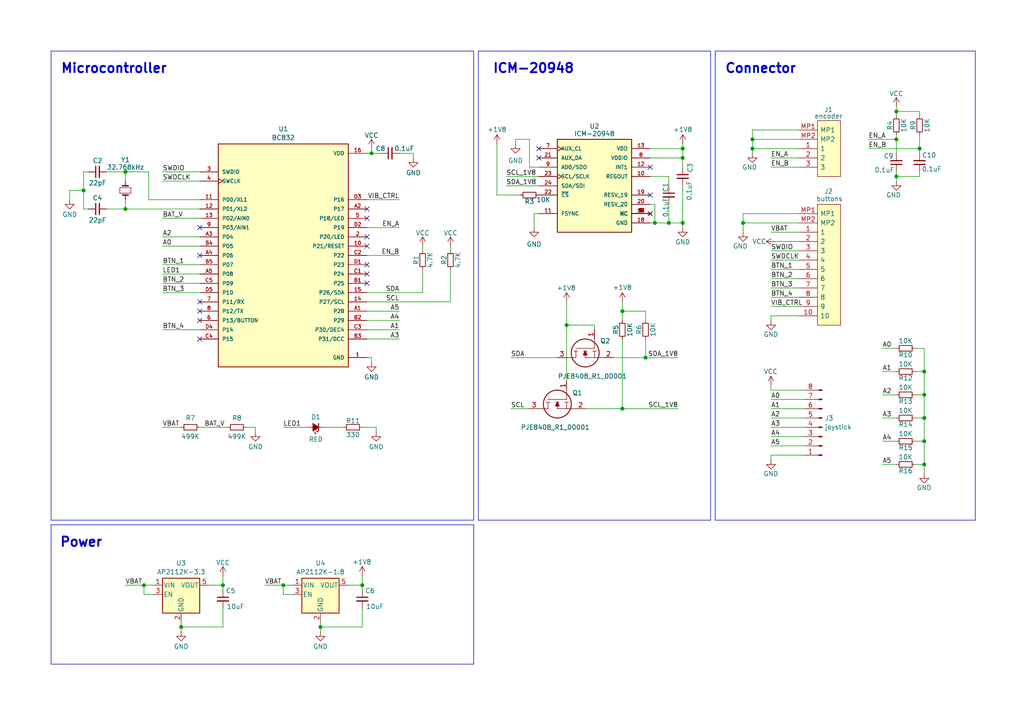
<source format=kicad_sch>
(kicad_sch (version 20231120) (generator "eeschema") (generator_version "8.0")
  (paper "User" 280.01 194.996)
  (title_block (title "HexSense Svalbard - MCU module") (date "2023-05-25") (rev "V1") (company "MIT Media Lab") (comment 1 "Fangzheng Liu"))
  (lib_symbols
    (symbol "BC832:BC832" (pin_names (offset 1.016))
      (property "Reference" "U1" (at 0 34.6245 0))
      (property "Value" "BC832" (at 0 32.2002 0))
      (symbol "BC832_0_0"
        (pin power_in line (at 22.86 -27.94 180) (length 5.08) (name "GND") (number "1"))
        (pin bidirectional line (at 22.86 2.54 180) (length 5.08) (name "P21/RESET") (number "10"))
        (pin bidirectional line (at -22.86 15.24 0) (length 5.08) (name "P00/XL1") (number "11"))
        (pin bidirectional line (at -22.86 12.7 0) (length 5.08) (name "P01/XL2") (number "12"))
        (pin bidirectional line (at -22.86 10.16 0) (length 5.08) (name "P02/AIN0") (number "13"))
        (pin bidirectional line (at 22.86 -12.7 180) (length 5.08) (name "P27/SCL") (number "14"))
        (pin bidirectional line (at 22.86 -10.16 180) (length 5.08) (name "P26/SDA") (number "15"))
        (pin power_in line (at 22.86 27.94 180) (length 5.08) (name "VDD") (number "16"))
        (pin bidirectional line (at 22.86 5.08 180) (length 5.08) (name "P20/LED") (number "2"))
        (pin bidirectional line (at -22.86 22.86 0) (length 5.08) (name "SWDIO") (number "3"))
        (pin bidirectional clock (at -22.86 20.32 0) (length 5.08) (name "SWCLK") (number "4"))
        (pin bidirectional line (at 22.86 10.16 180) (length 5.08) (name "P18/LED") (number "5"))
        (pin bidirectional line (at -22.86 -17.78 0) (length 5.08) (name "P13/BUTTON") (number "6"))
        (pin bidirectional line (at -22.86 -12.7 0) (length 5.08) (name "P11/RX") (number "7"))
        (pin bidirectional line (at -22.86 -15.24 0) (length 5.08) (name "P12/TX") (number "8"))
        (pin bidirectional line (at -22.86 7.62 0) (length 5.08) (name "P03/AIN1") (number "9"))
        (pin bidirectional line (at 22.86 -15.24 180) (length 5.08) (name "P28") (number "A1"))
        (pin bidirectional line (at 22.86 12.7 180) (length 5.08) (name "P17") (number "A2"))
        (pin bidirectional line (at -22.86 5.08 0) (length 5.08) (name "P04") (number "A3"))
        (pin bidirectional line (at -22.86 0 0) (length 5.08) (name "P06") (number "A4"))
        (pin bidirectional line (at -22.86 -5.08 0) (length 5.08) (name "P08") (number "A5"))
        (pin bidirectional line (at 22.86 -7.62 180) (length 5.08) (name "P25") (number "B1"))
        (pin bidirectional line (at 22.86 -17.78 180) (length 5.08) (name "P29") (number "B2"))
        (pin bidirectional line (at 22.86 -22.86 180) (length 5.08) (name "P31/DCC") (number "B3"))
        (pin bidirectional line (at -22.86 2.54 0) (length 5.08) (name "P05") (number "B4"))
        (pin bidirectional line (at -22.86 -2.54 0) (length 5.08) (name "P07") (number "B5"))
        (pin bidirectional line (at 22.86 -5.08 180) (length 5.08) (name "P24") (number "C1"))
        (pin bidirectional line (at 22.86 0 180) (length 5.08) (name "P22") (number "C2"))
        (pin bidirectional line (at 22.86 -20.32 180) (length 5.08) (name "P30/DEC4") (number "C3"))
        (pin bidirectional line (at -22.86 -22.86 0) (length 5.08) (name "P15") (number "C4"))
        (pin bidirectional line (at -22.86 -7.62 0) (length 5.08) (name "P09") (number "C5"))
        (pin bidirectional line (at 22.86 -2.54 180) (length 5.08) (name "P23") (number "D1"))
        (pin bidirectional line (at 22.86 7.62 180) (length 5.08) (name "P19") (number "D2"))
        (pin bidirectional line (at 22.86 15.24 180) (length 5.08) (name "P16") (number "D3"))
        (pin bidirectional line (at -22.86 -20.32 0) (length 5.08) (name "P14") (number "D4"))
        (pin bidirectional line (at -22.86 -10.16 0) (length 5.08) (name "P10") (number "D5"))
      )
      (symbol "BC832_1_1"
        (rectangle (start -17.78 30.48) (end 17.78 -30.48) (stroke (width 0.254)) (fill (type background)))
      )
    )
    (symbol "Connector:Conn_01x08_Pin" (pin_names (offset 1.016) hide)
      (property "Reference" "J" (at 0 10.16 0))
      (property "Value" "Conn_01x08_Pin" (at 0 -12.7 0))
      (symbol "Conn_01x08_Pin_1_1"
        (polyline (pts (xy 1.27 -10.16) (xy 0.8636 -10.16)) (stroke (width 0.1524)))
        (polyline (pts (xy 1.27 -7.62) (xy 0.8636 -7.62)) (stroke (width 0.1524)))
        (polyline (pts (xy 1.27 -5.08) (xy 0.8636 -5.08)) (stroke (width 0.1524)))
        (polyline (pts (xy 1.27 -2.54) (xy 0.8636 -2.54)) (stroke (width 0.1524)))
        (polyline (pts (xy 1.27 0) (xy 0.8636 0)) (stroke (width 0.1524)))
        (polyline (pts (xy 1.27 2.54) (xy 0.8636 2.54)) (stroke (width 0.1524)))
        (polyline (pts (xy 1.27 5.08) (xy 0.8636 5.08)) (stroke (width 0.1524)))
        (polyline (pts (xy 1.27 7.62) (xy 0.8636 7.62)) (stroke (width 0.1524)))
        (rectangle (start 0.8636 -10.033) (end 0 -10.287) (stroke (width 0.1524)) (fill (type outline)))
        (rectangle (start 0.8636 -7.493) (end 0 -7.747) (stroke (width 0.1524)) (fill (type outline)))
        (rectangle (start 0.8636 -4.953) (end 0 -5.207) (stroke (width 0.1524)) (fill (type outline)))
        (rectangle (start 0.8636 -2.413) (end 0 -2.667) (stroke (width 0.1524)) (fill (type outline)))
        (rectangle (start 0.8636 0.127) (end 0 -0.127) (stroke (width 0.1524)) (fill (type outline)))
        (rectangle (start 0.8636 2.667) (end 0 2.413) (stroke (width 0.1524)) (fill (type outline)))
        (rectangle (start 0.8636 5.207) (end 0 4.953) (stroke (width 0.1524)) (fill (type outline)))
        (rectangle (start 0.8636 7.747) (end 0 7.493) (stroke (width 0.1524)) (fill (type outline)))
        (pin passive line (at 5.08 7.62 180) (length 3.81) (name "Pin_1") (number "1"))
        (pin passive line (at 5.08 5.08 180) (length 3.81) (name "Pin_2") (number "2"))
        (pin passive line (at 5.08 2.54 180) (length 3.81) (name "Pin_3") (number "3"))
        (pin passive line (at 5.08 0 180) (length 3.81) (name "Pin_4") (number "4"))
        (pin passive line (at 5.08 -2.54 180) (length 3.81) (name "Pin_5") (number "5"))
        (pin passive line (at 5.08 -5.08 180) (length 3.81) (name "Pin_6") (number "6"))
        (pin passive line (at 5.08 -7.62 180) (length 3.81) (name "Pin_7") (number "7"))
        (pin passive line (at 5.08 -10.16 180) (length 3.81) (name "Pin_8") (number "8"))
      )
    )
    (symbol "Device:C_Small" (pin_numbers hide) (pin_names (offset 0.254) hide)
      (property "Reference" "C" (at 0.254 1.778 0))
      (property "Value" "C_Small" (at 0.254 -2.032 0))
      (symbol "C_Small_0_1"
        (polyline (pts (xy -1.524 -0.508) (xy 1.524 -0.508)) (stroke (width 0.3302)))
        (polyline (pts (xy -1.524 0.508) (xy 1.524 0.508)) (stroke (width 0.3048)))
      )
      (symbol "C_Small_1_1"
        (pin passive line (at 0 2.54 270) (length 2.032) (name "~") (number "1"))
        (pin passive line (at 0 -2.54 90) (length 2.032) (name "~") (number "2"))
      )
    )
    (symbol "Device:Crystal_Small" (pin_numbers hide) (pin_names (offset 1.016) hide)
      (property "Reference" "Y" (at 0 2.54 0))
      (property "Value" "Crystal_Small" (at 0 -2.54 0))
      (symbol "Crystal_Small_0_1"
        (rectangle (start -0.762 -1.524) (end 0.762 1.524))
        (polyline (pts (xy -1.27 -0.762) (xy -1.27 0.762)) (stroke (width 0.381)))
        (polyline (pts (xy 1.27 -0.762) (xy 1.27 0.762)) (stroke (width 0.381)))
      )
      (symbol "Crystal_Small_1_1"
        (pin passive line (at -2.54 0 0) (length 1.27) (name "1") (number "1"))
        (pin passive line (at 2.54 0 180) (length 1.27) (name "2") (number "2"))
      )
    )
    (symbol "Device:LED_Small_Filled" (pin_numbers hide) (pin_names (offset 0.254) hide)
      (property "Reference" "D" (at -1.27 3.175 0))
      (property "Value" "LED_Small_Filled" (at -4.445 -2.54 0))
      (symbol "LED_Small_Filled_0_1"
        (polyline (pts (xy -0.762 -1.016) (xy -0.762 1.016)) (stroke (width 0.254)))
        (polyline (pts (xy 1.016 0) (xy -0.762 0)))
        (polyline (pts (xy 0.762 -1.016) (xy -0.762 0) (xy 0.762 1.016) (xy 0.762 -1.016)) (stroke (width 0.254)) (fill (type outline)))
        (polyline (pts (xy 0 0.762) (xy -0.508 1.27) (xy -0.254 1.27) (xy -0.508 1.27) (xy -0.508 1.016)))
        (polyline (pts (xy 0.508 1.27) (xy 0 1.778) (xy 0.254 1.778) (xy 0 1.778) (xy 0 1.524)))
      )
      (symbol "LED_Small_Filled_1_1"
        (pin passive line (at -2.54 0 0) (length 1.778) (name "K") (number "1"))
        (pin passive line (at 2.54 0 180) (length 1.778) (name "A") (number "2"))
      )
    )
    (symbol "Device:R_Small" (pin_numbers hide) (pin_names (offset 0.254) hide)
      (property "Reference" "R" (at 0.762 0.508 0))
      (property "Value" "R_Small" (at 0.762 -1.016 0))
      (symbol "R_Small_0_1"
        (rectangle (start -0.762 1.778) (end 0.762 -1.778) (stroke (width 0.2032)))
      )
      (symbol "R_Small_1_1"
        (pin passive line (at 0 2.54 270) (length 0.762) (name "~") (number "1"))
        (pin passive line (at 0 -2.54 90) (length 0.762) (name "~") (number "2"))
      )
    )
    (symbol "ICM-20948:ICM-20948" (pin_names (offset 1.016))
      (property "Reference" "U5" (at 0 21.36 0))
      (property "Value" "ICM-20948" (at 0 19.312 0))
      (symbol "ICM-20948_0_0"
        (rectangle (start -10.16 17.78) (end 10.16 -7.62) (stroke (width 0.254)) (fill (type background)))
        (pin no_connect line (at 15.24 -2.54 180) (length 5.08) (name "NC") (number "1"))
        (pin output line (at 15.24 7.62 180) (length 5.08) (name "REGOUT") (number "10"))
        (pin input line (at -15.24 -2.54 0) (length 5.08) (name "FSYNC") (number "11"))
        (pin output line (at 15.24 10.16 180) (length 5.08) (name "INT1") (number "12"))
        (pin power_in line (at 15.24 15.24 180) (length 5.08) (name "VDD") (number "13"))
        (pin no_connect line (at 15.24 -2.54 180) (length 5.08) (name "NC") (number "14"))
        (pin no_connect line (at 15.24 -2.54 180) (length 5.08) (name "NC") (number "15"))
        (pin no_connect line (at 15.24 -2.54 180) (length 5.08) (name "NC") (number "16"))
        (pin no_connect line (at 15.24 -2.54 180) (length 5.08) (name "NC") (number "17"))
        (pin power_in line (at 15.24 -5.08 180) (length 5.08) (name "GND") (number "18"))
        (pin passive line (at 15.24 2.54 180) (length 5.08) (name "RESV_19") (number "19"))
        (pin no_connect line (at 15.24 -2.54 180) (length 5.08) (name "NC") (number "2"))
        (pin passive line (at 15.24 0 180) (length 5.08) (name "RESV_20") (number "20"))
        (pin bidirectional line (at -15.24 12.7 0) (length 5.08) (name "AUX_DA") (number "21"))
        (pin input line (at -15.24 2.54 0) (length 5.08) (name "~{CS}") (number "22"))
        (pin input clock (at -15.24 7.62 0) (length 5.08) (name "SCL/SCLK") (number "23"))
        (pin bidirectional line (at -15.24 5.08 0) (length 5.08) (name "SDA/SDI") (number "24"))
        (pin no_connect line (at 15.24 -2.54 180) (length 5.08) (name "NC") (number "3"))
        (pin no_connect line (at 15.24 -2.54 180) (length 5.08) (name "NC") (number "4"))
        (pin no_connect line (at 15.24 -2.54 180) (length 5.08) (name "NC") (number "5"))
        (pin no_connect line (at 15.24 -2.54 180) (length 5.08) (name "NC") (number "6"))
        (pin input clock (at -15.24 15.24 0) (length 5.08) (name "AUX_CL") (number "7"))
        (pin power_in line (at 15.24 12.7 180) (length 5.08) (name "VDDIO") (number "8"))
        (pin bidirectional line (at -15.24 10.16 0) (length 5.08) (name "AD0/SDO") (number "9"))
      )
    )
    (symbol "Regulator_Linear:AP2112K-1.8" (pin_names (offset 0.254))
      (property "Reference" "U" (at -5.08 5.715 0))
      (property "Value" "AP2112K-1.8" (at 0 5.715 0))
      (symbol "AP2112K-1.8_0_1"
        (rectangle (start -5.08 4.445) (end 5.08 -5.08) (stroke (width 0.254)) (fill (type background)))
      )
      (symbol "AP2112K-1.8_1_1"
        (pin power_in line (at -7.62 2.54 0) (length 2.54) (name "VIN") (number "1"))
        (pin power_in line (at 0 -7.62 90) (length 2.54) (name "GND") (number "2"))
        (pin input line (at -7.62 0 0) (length 2.54) (name "EN") (number "3"))
        (pin no_connect line (at 5.08 0 180) (length 2.54) hide (name "NC") (number "4"))
        (pin power_out line (at 7.62 2.54 180) (length 2.54) (name "VOUT") (number "5"))
      )
    )
    (symbol "Regulator_Linear:AP2112K-3.3" (pin_names (offset 0.254))
      (property "Reference" "U" (at -5.08 5.715 0))
      (property "Value" "AP2112K-3.3" (at 0 5.715 0))
      (symbol "AP2112K-3.3_0_1"
        (rectangle (start -5.08 4.445) (end 5.08 -5.08) (stroke (width 0.254)) (fill (type background)))
      )
      (symbol "AP2112K-3.3_1_1"
        (pin power_in line (at -7.62 2.54 0) (length 2.54) (name "VIN") (number "1"))
        (pin power_in line (at 0 -7.62 90) (length 2.54) (name "GND") (number "2"))
        (pin input line (at -7.62 0 0) (length 2.54) (name "EN") (number "3"))
        (pin no_connect line (at 5.08 0 180) (length 2.54) hide (name "NC") (number "4"))
        (pin power_out line (at 7.62 2.54 180) (length 2.54) (name "VOUT") (number "5"))
      )
    )
    (symbol "SamacSys_Parts:BM03B-SRSS-TBT_LF__SN_" (pin_names (offset 0.762))
      (property "Reference" "J1" (at 8.128 5.588 0))
      (property "Value" "encoder" (at 8.128 3.81 0))
      (symbol "BM03B-SRSS-TBT_LF__SN__0_0"
        (pin passive line (at 0 -5.08 0) (length 5.08) (name "1") (number "1"))
        (pin passive line (at 0 -7.62 0) (length 5.08) (name "2") (number "2"))
        (pin passive line (at 0 -10.16 0) (length 5.08) (name "3") (number "3"))
        (pin passive line (at 0 0 0) (length 5.08) (name "MP1") (number "MP1"))
        (pin passive line (at 0 -2.54 0) (length 5.08) (name "MP2") (number "MP2"))
      )
      (symbol "BM03B-SRSS-TBT_LF__SN__1_1"
        (polyline (pts (xy 5.08 2.54) (xy 11.43 2.54) (xy 11.43 -12.7) (xy 5.08 -12.7) (xy 5.08 2.54)) (stroke (width 0.1524)) (fill (type background)))
      )
    )
    (symbol "SamacSys_Parts:BM10B-SRSS-TB__LF__SN_" (pin_names (offset 0.762))
      (property "Reference" "J2" (at 9.906 6.35 0))
      (property "Value" "buttons" (at 9.906 4.064 0))
      (symbol "BM10B-SRSS-TB__LF__SN__0_0"
        (pin passive line (at 0 -5.08 0) (length 5.08) (name "1") (number "1"))
        (pin passive line (at 0 -27.94 0) (length 5.08) (name "10") (number "10"))
        (pin passive line (at 0 -7.62 0) (length 5.08) (name "2") (number "2"))
        (pin passive line (at 0 -10.16 0) (length 5.08) (name "3") (number "3"))
        (pin passive line (at 0 -12.7 0) (length 5.08) (name "4") (number "4"))
        (pin passive line (at 0 -15.24 0) (length 5.08) (name "5") (number "5"))
        (pin passive line (at 0 -17.78 0) (length 5.08) (name "6") (number "6"))
        (pin passive line (at 0 -20.32 0) (length 5.08) (name "7") (number "7"))
        (pin passive line (at 0 -22.86 0) (length 5.08) (name "8") (number "8"))
        (pin passive line (at 0 -25.4 0) (length 5.08) (name "9") (number "9"))
        (pin passive line (at 0 0 0) (length 5.08) (name "MP1") (number "MP1"))
        (pin passive line (at 0 -2.54 0) (length 5.08) (name "MP2") (number "MP2"))
      )
      (symbol "BM10B-SRSS-TB__LF__SN__1_1"
        (polyline (pts (xy 5.08 2.54) (xy 11.43 2.54) (xy 11.43 -30.48) (xy 5.08 -30.48) (xy 5.08 2.54)) (stroke (width 0.1524)) (fill (type background)))
      )
    )
    (symbol "SamacSys_Parts:PJE8408_R1_00001" (pin_names (offset 0.762))
      (property "Reference" "Q" (at 11.43 3.81 0))
      (property "Value" "PJE8408_R1_00001" (at 11.43 1.27 0))
      (symbol "PJE8408_R1_00001_0_0"
        (pin passive line (at 0 0 0) (length 2.54) (name "~") (number "1"))
        (pin passive line (at 7.62 -5.08 90) (length 2.54) (name "~") (number "2"))
        (pin passive line (at 7.62 10.16 270) (length 2.54) (name "~") (number "3"))
      )
      (symbol "PJE8408_R1_00001_0_1"
        (polyline (pts (xy 5.842 -0.508) (xy 5.842 0.508)) (stroke (width 0.1524)))
        (polyline (pts (xy 5.842 0) (xy 7.62 0)) (stroke (width 0.1524)))
        (polyline (pts (xy 5.842 2.032) (xy 5.842 3.048)) (stroke (width 0.1524)))
        (polyline (pts (xy 5.842 5.588) (xy 5.842 4.572)) (stroke (width 0.1524)))
        (polyline (pts (xy 7.62 2.54) (xy 5.842 2.54)) (stroke (width 0.1524)))
        (polyline (pts (xy 7.62 2.54) (xy 7.62 -2.54)) (stroke (width 0.1524)))
        (polyline (pts (xy 7.62 5.08) (xy 5.842 5.08)) (stroke (width 0.1524)))
        (polyline (pts (xy 7.62 5.08) (xy 7.62 7.62)) (stroke (width 0.1524)))
        (polyline (pts (xy 2.54 0) (xy 5.08 0) (xy 5.08 5.08)) (stroke (width 0.1524)))
        (polyline (pts (xy 5.842 2.54) (xy 6.858 3.048) (xy 6.858 2.032) (xy 5.842 2.54)) (stroke (width 0.254)) (fill (type outline)))
        (circle (center 6.35 2.54) (radius 3.81) (stroke (width 0.254)))
      )
    )
    (symbol "power:+1V8" (power) (pin_names (offset 0))
      (property "Value" "+1V8" (at 0 3.556 0))
      (symbol "+1V8_0_1"
        (polyline (pts (xy -0.762 1.27) (xy 0 2.54)))
        (polyline (pts (xy 0 0) (xy 0 2.54)))
        (polyline (pts (xy 0 2.54) (xy 0.762 1.27)))
      )
      (symbol "+1V8_1_1"
        (pin power_in line (at 0 0 90) (length 0) hide (name "+1V8") (number "1"))
      )
    )
    (symbol "power:GND" (power) (pin_names (offset 0))
      (property "Value" "GND" (at 0 -3.81 0))
      (symbol "GND_0_1"
        (polyline (pts (xy 0 0) (xy 0 -1.27) (xy 1.27 -1.27) (xy 0 -2.54) (xy -1.27 -1.27) (xy 0 -1.27)))
      )
      (symbol "GND_1_1"
        (pin power_in line (at 0 0 270) (length 0) hide (name "GND") (number "1"))
      )
    )
    (symbol "power:VCC" (power) (pin_names (offset 0))
      (property "Value" "VCC" (at 0 3.81 0))
      (symbol "VCC_0_1"
        (polyline (pts (xy -0.762 1.27) (xy 0 2.54)))
        (polyline (pts (xy 0 0) (xy 0 2.54)))
        (polyline (pts (xy 0 2.54) (xy 0.762 1.27)))
      )
      (symbol "VCC_1_1"
        (pin power_in line (at 0 0 90) (length 0) hide (name "VCC") (number "1"))
      )
    )
  )
  (junction (at 205.74 38.1))
  (junction (at 22.86 52.07))
  (junction (at 170.18 111.76))
  (junction (at 154.94 88.9))
  (junction (at 182.88 60.96))
  (junction (at 245.11 38.1))
  (junction (at 34.29 57.15))
  (junction (at 179.07 60.96))
  (junction (at 77.47 160.02))
  (junction (at 99.06 160.02))
  (junction (at 252.73 114.3))
  (junction (at 49.53 171.45))
  (junction (at 252.73 101.6))
  (junction (at 186.69 60.96))
  (junction (at 60.96 160.02))
  (junction (at 251.46 40.64))
  (junction (at 34.29 46.99))
  (junction (at 176.53 97.79))
  (junction (at 101.6 41.91))
  (junction (at 252.73 127))
  (junction (at 87.63 171.45))
  (junction (at 245.11 30.48))
  (junction (at 203.2 60.96))
  (junction (at 252.73 120.65))
  (junction (at 252.73 107.95))
  (junction (at 186.69 43.18))
  (junction (at 39.37 160.02))
  (junction (at 205.74 40.64))
  (junction (at 245.11 48.26))
  (junction (at 170.18 85.09))
  (junction (at 186.69 40.64))
  (no_connect (at 100.33 59.69))
  (no_connect (at 54.61 87.63))
  (no_connect (at 100.33 72.39))
  (no_connect (at 100.33 64.77))
  (no_connect (at 100.33 77.47))
  (no_connect (at 147.32 43.18))
  (no_connect (at 100.33 67.31))
  (no_connect (at 54.61 62.23))
  (no_connect (at 177.8 53.34))
  (no_connect (at 147.32 40.64))
  (no_connect (at 177.8 58.42))
  (no_connect (at 54.61 82.55))
  (no_connect (at 54.61 85.09))
  (no_connect (at 54.61 69.85))
  (no_connect (at 100.33 74.93))
  (no_connect (at 100.33 57.15))
  (no_connect (at 177.8 45.72))
  (no_connect (at 54.61 92.71))
  (wire (pts (xy 252.73 95.25) (xy 252.73 101.6)))
  (wire (pts (xy 205.74 38.1) (xy 218.44 38.1)))
  (wire (pts (xy 49.53 171.45) (xy 60.96 171.45)))
  (wire (pts (xy 34.29 57.15) (xy 54.61 57.15)))
  (polyline (pts (xy 266.7 142.24) (xy 195.58 142.24)))
  (wire (pts (xy 176.53 92.71) (xy 176.53 97.79)))
  (wire (pts (xy 140.97 38.1) (xy 140.97 39.37)))
  (wire (pts (xy 39.37 160.02) (xy 41.91 160.02)))
  (wire (pts (xy 203.2 60.96) (xy 218.44 60.96)))
  (wire (pts (xy 139.7 111.76) (xy 144.78 111.76)))
  (wire (pts (xy 245.11 30.48) (xy 251.46 30.48)))
  (wire (pts (xy 210.82 106.68) (xy 219.71 106.68)))
  (wire (pts (xy 44.45 72.39) (xy 54.61 72.39)))
  (wire (pts (xy 19.05 54.61) (xy 19.05 52.07)))
  (polyline (pts (xy 13.97 143.51) (xy 129.54 143.51)))
  (wire (pts (xy 77.47 160.02) (xy 80.01 160.02)))
  (wire (pts (xy 176.53 85.09) (xy 176.53 87.63)))
  (wire (pts (xy 100.33 82.55) (xy 123.19 82.55)))
  (polyline (pts (xy 13.97 143.51) (xy 13.97 181.61)))
  (wire (pts (xy 49.53 171.45) (xy 49.53 170.18)))
  (wire (pts (xy 139.7 97.79) (xy 152.4 97.79)))
  (wire (pts (xy 170.18 82.55) (xy 170.18 85.09)))
  (wire (pts (xy 40.64 54.61) (xy 54.61 54.61)))
  (wire (pts (xy 241.3 95.25) (xy 245.11 95.25)))
  (wire (pts (xy 19.05 52.07) (xy 22.86 52.07)))
  (wire (pts (xy 115.57 67.31) (xy 115.57 68.58)))
  (wire (pts (xy 245.11 38.1) (xy 245.11 41.91)))
  (wire (pts (xy 34.29 46.99) (xy 40.64 46.99)))
  (wire (pts (xy 241.3 114.3) (xy 245.11 114.3)))
  (wire (pts (xy 49.53 172.72) (xy 49.53 171.45)))
  (wire (pts (xy 44.45 116.84) (xy 49.53 116.84)))
  (wire (pts (xy 54.61 49.53) (xy 44.45 49.53)))
  (wire (pts (xy 147.32 58.42) (xy 146.05 58.42)))
  (wire (pts (xy 241.3 101.6) (xy 245.11 101.6)))
  (wire (pts (xy 87.63 172.72) (xy 87.63 171.45)))
  (polyline (pts (xy 129.54 142.24) (xy 129.54 13.97)))
  (wire (pts (xy 182.88 48.26) (xy 182.88 50.8)))
  (wire (pts (xy 210.82 63.5) (xy 218.44 63.5)))
  (wire (pts (xy 99.06 171.45) (xy 99.06 166.37)))
  (wire (pts (xy 177.8 55.88) (xy 179.07 55.88)))
  (wire (pts (xy 44.45 90.17) (xy 54.61 90.17)))
  (wire (pts (xy 186.69 43.18) (xy 186.69 40.64)))
  (wire (pts (xy 102.87 116.84) (xy 102.87 118.11)))
  (wire (pts (xy 210.82 121.92) (xy 219.71 121.92)))
  (wire (pts (xy 182.88 55.88) (xy 182.88 60.96)))
  (wire (pts (xy 245.11 29.21) (xy 245.11 30.48)))
  (wire (pts (xy 186.69 50.8) (xy 186.69 60.96)))
  (wire (pts (xy 77.47 160.02) (xy 77.47 162.56)))
  (wire (pts (xy 210.82 71.12) (xy 218.44 71.12)))
  (wire (pts (xy 60.96 171.45) (xy 60.96 166.37)))
  (wire (pts (xy 34.29 46.99) (xy 34.29 49.53)))
  (wire (pts (xy 44.45 74.93) (xy 54.61 74.93)))
  (wire (pts (xy 170.18 111.76) (xy 185.42 111.76)))
  (wire (pts (xy 162.56 90.17) (xy 162.56 88.9)))
  (wire (pts (xy 154.94 82.55) (xy 154.94 88.9)))
  (wire (pts (xy 29.21 46.99) (xy 34.29 46.99)))
  (wire (pts (xy 100.33 41.91) (xy 101.6 41.91)))
  (wire (pts (xy 250.19 95.25) (xy 252.73 95.25)))
  (wire (pts (xy 154.94 88.9) (xy 162.56 88.9)))
  (wire (pts (xy 210.82 116.84) (xy 219.71 116.84)))
  (polyline (pts (xy 266.7 13.97) (xy 266.7 142.24)))
  (wire (pts (xy 251.46 30.48) (xy 251.46 31.75)))
  (polyline (pts (xy 130.81 13.97) (xy 130.81 142.24)))
  (wire (pts (xy 205.74 38.1) (xy 205.74 35.56)))
  (wire (pts (xy 210.82 114.3) (xy 219.71 114.3)))
  (wire (pts (xy 34.29 160.02) (xy 39.37 160.02)))
  (wire (pts (xy 100.33 62.23) (xy 109.22 62.23)))
  (wire (pts (xy 250.19 127) (xy 252.73 127)))
  (polyline (pts (xy 129.54 143.51) (xy 129.54 181.61)))
  (wire (pts (xy 203.2 58.42) (xy 218.44 58.42)))
  (wire (pts (xy 57.15 160.02) (xy 60.96 160.02)))
  (wire (pts (xy 252.73 101.6) (xy 252.73 107.95)))
  (wire (pts (xy 60.96 160.02) (xy 60.96 161.29)))
  (wire (pts (xy 160.02 111.76) (xy 170.18 111.76)))
  (wire (pts (xy 24.13 46.99) (xy 22.86 46.99)))
  (wire (pts (xy 135.89 53.34) (xy 142.24 53.34)))
  (wire (pts (xy 22.86 57.15) (xy 24.13 57.15)))
  (wire (pts (xy 245.11 30.48) (xy 245.11 31.75)))
  (wire (pts (xy 60.96 160.02) (xy 60.96 157.48)))
  (wire (pts (xy 186.69 40.64) (xy 186.69 39.37)))
  (wire (pts (xy 101.6 41.91) (xy 104.14 41.91)))
  (wire (pts (xy 252.73 114.3) (xy 252.73 120.65)))
  (wire (pts (xy 203.2 58.42) (xy 203.2 60.96)))
  (wire (pts (xy 210.82 78.74) (xy 218.44 78.74)))
  (wire (pts (xy 167.64 97.79) (xy 176.53 97.79)))
  (wire (pts (xy 170.18 85.09) (xy 170.18 87.63)))
  (wire (pts (xy 186.69 60.96) (xy 186.69 62.23)))
  (wire (pts (xy 250.19 101.6) (xy 252.73 101.6)))
  (wire (pts (xy 138.43 48.26) (xy 147.32 48.26)))
  (wire (pts (xy 69.85 116.84) (xy 69.85 118.11)))
  (wire (pts (xy 29.21 57.15) (xy 34.29 57.15)))
  (wire (pts (xy 210.82 81.28) (xy 218.44 81.28)))
  (wire (pts (xy 22.86 46.99) (xy 22.86 52.07)))
  (wire (pts (xy 251.46 48.26) (xy 251.46 46.99)))
  (wire (pts (xy 203.2 60.96) (xy 203.2 63.5)))
  (wire (pts (xy 67.31 116.84) (xy 69.85 116.84)))
  (wire (pts (xy 54.61 46.99) (xy 44.45 46.99)))
  (wire (pts (xy 170.18 85.09) (xy 176.53 85.09)))
  (wire (pts (xy 212.09 66.04) (xy 218.44 66.04)))
  (wire (pts (xy 44.45 64.77) (xy 54.61 64.77)))
  (wire (pts (xy 44.45 59.69) (xy 54.61 59.69)))
  (polyline (pts (xy 130.81 13.97) (xy 194.31 13.97)))
  (wire (pts (xy 237.49 38.1) (xy 245.11 38.1)))
  (wire (pts (xy 250.19 114.3) (xy 252.73 114.3)))
  (polyline (pts (xy 13.97 181.61) (xy 129.54 181.61)))
  (wire (pts (xy 101.6 99.06) (xy 101.6 97.79)))
  (wire (pts (xy 182.88 60.96) (xy 186.69 60.96)))
  (wire (pts (xy 177.8 60.96) (xy 179.07 60.96)))
  (wire (pts (xy 44.45 77.47) (xy 54.61 77.47)))
  (wire (pts (xy 205.74 41.91) (xy 205.74 40.64)))
  (wire (pts (xy 99.06 160.02) (xy 99.06 161.29)))
  (wire (pts (xy 210.82 43.18) (xy 218.44 43.18)))
  (wire (pts (xy 210.82 87.63) (xy 210.82 86.36)))
  (wire (pts (xy 252.73 120.65) (xy 252.73 127)))
  (wire (pts (xy 210.82 76.2) (xy 218.44 76.2)))
  (wire (pts (xy 251.46 36.83) (xy 251.46 40.64)))
  (wire (pts (xy 39.37 160.02) (xy 39.37 162.56)))
  (wire (pts (xy 80.01 162.56) (xy 77.47 162.56)))
  (wire (pts (xy 22.86 52.07) (xy 22.86 57.15)))
  (wire (pts (xy 205.74 40.64) (xy 218.44 40.64)))
  (wire (pts (xy 251.46 40.64) (xy 251.46 41.91)))
  (wire (pts (xy 100.33 80.01) (xy 115.57 80.01)))
  (wire (pts (xy 123.19 73.66) (xy 123.19 82.55)))
  (wire (pts (xy 205.74 35.56) (xy 218.44 35.56)))
  (wire (pts (xy 99.06 160.02) (xy 99.06 157.48)))
  (wire (pts (xy 100.33 54.61) (xy 109.22 54.61)))
  (polyline (pts (xy 195.58 13.97) (xy 266.7 13.97)))
  (wire (pts (xy 100.33 90.17) (xy 109.22 90.17)))
  (wire (pts (xy 100.33 85.09) (xy 109.22 85.09)))
  (wire (pts (xy 210.82 45.72) (xy 218.44 45.72)))
  (wire (pts (xy 144.78 38.1) (xy 140.97 38.1)))
  (wire (pts (xy 210.82 119.38) (xy 219.71 119.38)))
  (wire (pts (xy 72.39 160.02) (xy 77.47 160.02)))
  (wire (pts (xy 210.82 124.46) (xy 219.71 124.46)))
  (wire (pts (xy 210.82 68.58) (xy 218.44 68.58)))
  (wire (pts (xy 210.82 73.66) (xy 218.44 73.66)))
  (wire (pts (xy 154.94 88.9) (xy 154.94 104.14)))
  (wire (pts (xy 250.19 107.95) (xy 252.73 107.95)))
  (wire (pts (xy 44.45 67.31) (xy 54.61 67.31)))
  (wire (pts (xy 135.89 39.37) (xy 135.89 53.34)))
  (wire (pts (xy 179.07 55.88) (xy 179.07 60.96)))
  (wire (pts (xy 95.25 160.02) (xy 99.06 160.02)))
  (wire (pts (xy 177.8 43.18) (xy 186.69 43.18)))
  (wire (pts (xy 144.78 45.72) (xy 144.78 38.1)))
  (wire (pts (xy 87.63 171.45) (xy 87.63 170.18)))
  (wire (pts (xy 245.11 49.53) (xy 245.11 48.26)))
  (wire (pts (xy 245.11 46.99) (xy 245.11 48.26)))
  (wire (pts (xy 99.06 116.84) (xy 102.87 116.84)))
  (wire (pts (xy 109.22 41.91) (xy 113.03 41.91)))
  (wire (pts (xy 41.91 162.56) (xy 39.37 162.56)))
  (wire (pts (xy 54.61 116.84) (xy 62.23 116.84)))
  (wire (pts (xy 100.33 87.63) (xy 109.22 87.63)))
  (wire (pts (xy 138.43 50.8) (xy 147.32 50.8)))
  (polyline (pts (xy 13.97 13.97) (xy 13.97 142.24)))
  (wire (pts (xy 87.63 171.45) (xy 99.06 171.45)))
  (wire (pts (xy 100.33 69.85) (xy 109.22 69.85)))
  (wire (pts (xy 250.19 120.65) (xy 252.73 120.65)))
  (wire (pts (xy 210.82 86.36) (xy 218.44 86.36)))
  (wire (pts (xy 176.53 97.79) (xy 185.42 97.79)))
  (wire (pts (xy 101.6 40.64) (xy 101.6 41.91)))
  (wire (pts (xy 44.45 80.01) (xy 54.61 80.01)))
  (wire (pts (xy 210.82 105.41) (xy 210.82 106.68)))
  (wire (pts (xy 77.47 116.84) (xy 83.82 116.84)))
  (wire (pts (xy 205.74 40.64) (xy 205.74 38.1)))
  (wire (pts (xy 237.49 40.64) (xy 251.46 40.64)))
  (wire (pts (xy 252.73 107.95) (xy 252.73 114.3)))
  (wire (pts (xy 245.11 38.1) (xy 245.11 36.83)))
  (wire (pts (xy 177.8 48.26) (xy 182.88 48.26)))
  (wire (pts (xy 113.03 41.91) (xy 113.03 43.18)))
  (wire (pts (xy 241.3 120.65) (xy 245.11 120.65)))
  (wire (pts (xy 241.3 127) (xy 245.11 127)))
  (wire (pts (xy 241.3 107.95) (xy 245.11 107.95)))
  (polyline (pts (xy 129.54 13.97) (xy 13.97 13.97)))
  (wire (pts (xy 123.19 67.31) (xy 123.19 68.58)))
  (polyline (pts (xy 194.31 142.24) (xy 130.81 142.24)))
  (wire (pts (xy 34.29 54.61) (xy 34.29 57.15)))
  (wire (pts (xy 177.8 40.64) (xy 186.69 40.64)))
  (wire (pts (xy 100.33 92.71) (xy 109.22 92.71)))
  (wire (pts (xy 115.57 73.66) (xy 115.57 80.01)))
  (wire (pts (xy 147.32 45.72) (xy 144.78 45.72)))
  (wire (pts (xy 100.33 97.79) (xy 101.6 97.79)))
  (wire (pts (xy 40.64 46.99) (xy 40.64 54.61)))
  (wire (pts (xy 146.05 58.42) (xy 146.05 62.23)))
  (wire (pts (xy 245.11 48.26) (xy 251.46 48.26)))
  (wire (pts (xy 210.82 109.22) (xy 219.71 109.22)))
  (wire (pts (xy 179.07 60.96) (xy 182.88 60.96)))
  (polyline (pts (xy 194.31 13.97) (xy 194.31 142.24)))
  (wire (pts (xy 88.9 116.84) (xy 93.98 116.84)))
  (wire (pts (xy 252.73 127) (xy 252.73 129.54)))
  (polyline (pts (xy 13.97 142.24) (xy 129.54 142.24)))
  (wire (pts (xy 170.18 92.71) (xy 170.18 111.76)))
  (wire (pts (xy 210.82 124.46) (xy 210.82 125.73)))
  (wire (pts (xy 186.69 43.18) (xy 186.69 45.72)))
  (wire (pts (xy 210.82 83.82) (xy 218.44 83.82)))
  (wire (pts (xy 210.82 111.76) (xy 219.71 111.76)))
  (polyline (pts (xy 195.58 13.97) (xy 195.58 142.24)))
  (text "Microcontroller" (at 16.51 20.32 0) (effects (font (size 2.54 2.54) (thickness 0.508) (bold yes)) (justify left bottom)))
  (text "ICM-20948" (at 134.62 20.32 0) (effects (font (size 2.54 2.54) (thickness 0.508) (bold yes)) (justify left bottom)))
  (text "Power" (at 16.256 149.86 0) (effects (font (size 2.54 2.54) (thickness 0.508) (bold yes)) (justify left bottom)))
  (text "Connector" (at 198.12 20.32 0) (effects (font (size 2.54 2.54) (thickness 0.508) (bold yes)) (justify left bottom)))
  (label "BTN_3" (at 210.82 78.74 0))
  (label "A2" (at 44.45 64.77 0))
  (label "SDA" (at 109.22 80.01 180))
  (label "A4" (at 210.82 119.38 0))
  (label "A4" (at 241.3 120.65 0))
  (label "BTN_4" (at 210.82 81.28 0))
  (label "SCL_1V8" (at 185.42 111.76 180))
  (label "VBAT" (at 34.29 160.02 0))
  (label "VBAT" (at 44.45 116.84 0))
  (label "SWDCLK" (at 44.45 49.53 0))
  (label "EN_A" (at 109.22 62.23 180))
  (label "BTN_1" (at 44.45 72.39 0))
  (label "VIB_CTRL" (at 210.82 83.82 0))
  (label "BTN_1" (at 210.82 73.66 0))
  (label "LED1" (at 77.47 116.84 0))
  (label "VBAT" (at 72.39 160.02 0))
  (label "SWDIO" (at 210.82 68.58 0))
  (label "A5" (at 210.82 121.92 0))
  (label "A3" (at 210.82 116.84 0))
  (label "SCL" (at 109.22 82.55 180))
  (label "A2" (at 241.3 107.95 0))
  (label "BTN_3" (at 44.45 80.01 0))
  (label "VBAT" (at 210.82 63.5 0))
  (label "EN_B" (at 237.49 40.64 0))
  (label "VIB_CTRL" (at 109.22 54.61 180))
  (label "A1" (at 109.22 90.17 180))
  (label "SDA_1V8" (at 138.43 50.8 0))
  (label "A1" (at 210.82 111.76 0))
  (label "BTN_2" (at 44.45 77.47 0))
  (label "EN_A" (at 210.82 43.18 0))
  (label "BAT_V" (at 44.45 59.69 0))
  (label "SDA_1V8" (at 185.42 97.79 180))
  (label "EN_A" (at 237.49 38.1 0))
  (label "A5" (at 241.3 127 0))
  (label "SDA" (at 139.7 97.79 0))
  (label "A4" (at 109.22 87.63 180))
  (label "A0" (at 44.45 67.31 0))
  (label "BTN_4" (at 44.45 90.17 0))
  (label "SCL_1V8" (at 138.43 48.26 0))
  (label "A0" (at 241.3 95.25 0))
  (label "EN_B" (at 109.22 69.85 180))
  (label "A3" (at 109.22 92.71 180))
  (label "A1" (at 241.3 101.6 0))
  (label "SCL" (at 139.7 111.76 0))
  (label "LED1" (at 44.45 74.93 0))
  (label "A2" (at 210.82 114.3 0))
  (label "SWDCLK" (at 210.82 71.12 0))
  (label "A5" (at 109.22 85.09 180))
  (label "BTN_2" (at 210.82 76.2 0))
  (label "BAT_V" (at 55.88 116.84 0))
  (label "A3" (at 241.3 114.3 0))
  (label "A0" (at 210.82 109.22 0))
  (label "SWDIO" (at 44.45 46.99 0))
  (label "EN_B" (at 210.82 45.72 0))
  (symbol (lib_id "Device:LED_Small_Filled") (at 86.36 116.84 180) (unit 1)
    (property "Reference" "D1" (at 86.36 114.046 0))
    (property "Value" "RED" (at 86.36 120.142 0))
    (property "Footprint" "LED_SMD:LED_0603_1608Metric_Pad1.05x0.95mm_HandSolder" (effects (hide yes)))
  )
  (symbol (lib_id "power:+1V8") (at 170.18 82.55 0) (unit 1)
    (property "Reference" "#PWR05" (effects (hide yes)))
    (property "Value" "+1V8" (at 170.18 78.605 0))
  )
  (symbol (lib_id "Device:R_Small") (at 115.57 71.12 180) (unit 1)
    (property "Reference" "R1" (at 113.792 71.12 90))
    (property "Value" "4.7K" (at 117.602 71.12 90))
    (property "Footprint" "Resistor_SMD:R_0402_1005Metric_Pad0.72x0.64mm_HandSolder" (effects (hide yes)))
  )
  (symbol (lib_id "Device:R_Small") (at 247.65 114.3 270) (unit 1)
    (property "Reference" "R14" (at 247.65 116.078 90))
    (property "Value" "10K" (at 247.65 112.268 90))
    (property "Footprint" "Resistor_SMD:R_0402_1005Metric_Pad0.72x0.64mm_HandSolder" (effects (hide yes)))
  )
  (symbol (lib_id "Device:R_Small") (at 247.65 127 270) (unit 1)
    (property "Reference" "R16" (at 247.65 128.778 90))
    (property "Value" "10K" (at 247.65 124.968 90))
    (property "Footprint" "Resistor_SMD:R_0402_1005Metric_Pad0.72x0.64mm_HandSolder" (effects (hide yes)))
  )
  (symbol (lib_id "power:GND") (at 205.74 41.91 0) (mirror y) (unit 1)
    (property "Reference" "#PWR017" (effects (hide yes)))
    (property "Value" "GND" (at 207.01 45.72 0) (effects (justify left)))
  )
  (symbol (lib_id "power:VCC") (at 210.82 105.41 0) (unit 1)
    (property "Reference" "#PWR012" (effects (hide yes)))
    (property "Value" "VCC" (at 208.788 101.6 0) (effects (justify left)))
  )
  (symbol (lib_id "Connector:Conn_01x08_Pin") (at 224.79 116.84 180) (unit 1)
    (property "Reference" "J3" (at 225.5012 114.3578 0) (effects (justify right)))
    (property "Value" "joystick" (at 225.5012 116.7821 0) (effects (justify right)))
    (property "Footprint" "Mylib:pinheader_pitch_2mmx8" (effects (hide yes)))
    (property "Description" "Generic connector, single row, 01x08, script generated" (effects (hide yes)))
  )
  (symbol (lib_id "Device:R_Small") (at 247.65 120.65 270) (unit 1)
    (property "Reference" "R15" (at 247.65 122.428 90))
    (property "Value" "10K" (at 247.65 118.618 90))
    (property "Footprint" "Resistor_SMD:R_0402_1005Metric_Pad0.72x0.64mm_HandSolder" (effects (hide yes)))
  )
  (symbol (lib_id "power:GND") (at 19.05 54.61 0) (unit 1)
    (property "Reference" "#PWR0105" (effects (hide yes)))
    (property "Value" "GND" (at 17.018 58.674 0) (effects (justify left)))
  )
  (symbol (lib_id "power:+1V8") (at 99.06 157.48 0) (unit 1)
    (property "Reference" "#PWR011" (effects (hide yes)))
    (property "Value" "+1V8" (at 101.6 153.67 0) (effects (justify right)))
  )
  (symbol (lib_id "Device:R_Small") (at 251.46 34.29 180) (unit 1)
    (property "Reference" "R9" (at 249.682 34.29 90))
    (property "Value" "10K" (at 253.492 34.29 90))
    (property "Footprint" "Resistor_SMD:R_0402_1005Metric_Pad0.72x0.64mm_HandSolder" (effects (hide yes)))
  )
  (symbol (lib_id "Device:R_Small") (at 144.78 53.34 270) (unit 1)
    (property "Reference" "R3" (at 144.78 55.118 90))
    (property "Value" "10K" (at 148.59 54.61 90))
    (property "Footprint" "Resistor_SMD:R_0402_1005Metric_Pad0.72x0.64mm_HandSolder" (effects (hide yes)))
  )
  (symbol (lib_id "Device:R_Small") (at 52.07 116.84 90) (unit 1)
    (property "Reference" "R7" (at 52.07 114.3 90))
    (property "Value" "499K" (at 52.07 119.38 90))
    (property "Footprint" "Resistor_SMD:R_0402_1005Metric_Pad0.72x0.64mm_HandSolder" (effects (hide yes)))
  )
  (symbol (lib_id "Device:C_Small") (at 182.88 53.34 0) (unit 1)
    (property "Reference" "C1" (at 181.991 52.578 90) (effects (justify left)))
    (property "Value" "0.1uF" (at 181.991 59.436 90) (effects (justify left)))
    (property "Footprint" "Capacitor_SMD:C_0402_1005Metric_Pad0.74x0.62mm_HandSolder" (effects (hide yes)))
  )
  (symbol (lib_id "power:+1V8") (at 186.69 39.37 0) (unit 1)
    (property "Reference" "#PWR06" (effects (hide yes)))
    (property "Value" "+1V8" (at 186.69 35.425 0))
  )
  (symbol (lib_id "Device:R_Small") (at 170.18 90.17 180) (unit 1)
    (property "Reference" "R5" (at 168.402 90.17 90))
    (property "Value" "10K" (at 172.212 90.17 90))
    (property "Footprint" "Resistor_SMD:R_0402_1005Metric_Pad0.72x0.64mm_HandSolder" (effects (hide yes)))
  )
  (symbol (lib_id "Device:C_Small") (at 106.68 41.91 90) (unit 1)
    (property "Reference" "C8" (at 105.41 40.64 90) (effects (justify left)))
    (property "Value" "0.1uF" (at 113.284 40.64 90) (effects (justify left)))
    (property "Footprint" "Capacitor_SMD:C_0402_1005Metric_Pad0.74x0.62mm_HandSolder" (effects (hide yes)))
  )
  (symbol (lib_id "SamacSys_Parts:BM10B-SRSS-TB__LF__SN_") (at 218.44 58.42 0) (unit 1)
    (property "Reference" "J2" (at 226.568 52.324 0))
    (property "Value" "buttons" (at 226.822 54.356 0))
    (property "Footprint" "SamacSys_Parts:BM10BSRSSTBLFSN" (effects (hide yes)))
    (property "Datasheet" "http://www.jst-mfg.com/product/pdf/eng/eSR.pdf" (effects (hide yes)))
    (property "Description" "Conn Shrouded Header HDR 10 POS 1mm Solder ST SMD T/R" (effects (hide yes)))
    (property "Height" "4.25" (effects (hide yes)))
    (property "Manufacturer_Name" "JST (JAPAN SOLDERLESS TERMINALS)" (effects (hide yes)))
    (property "Manufacturer_Part_Number" "BM10B-SRSS-TB (LF)(SN)" (effects (hide yes)))
    (property "Arrow Part Number" "BM10B-SRSS-TB (LF)(SN)" (effects (hide yes)))
    (property "Arrow Price/Stock" "https://www.arrow.com/en/products/bm10b-srss-tb-lf-sn/jst-manufacturing" (effects (hide yes)))
  )
  (symbol (lib_id "power:+1V8") (at 135.89 39.37 0) (unit 1)
    (property "Reference" "#PWR01" (effects (hide yes)))
    (property "Value" "+1V8" (at 135.89 35.425 0))
  )
  (symbol (lib_id "Device:R_Small") (at 247.65 107.95 270) (unit 1)
    (property "Reference" "R13" (at 247.65 109.728 90))
    (property "Value" "10K" (at 247.65 105.918 90))
    (property "Footprint" "Resistor_SMD:R_0402_1005Metric_Pad0.72x0.64mm_HandSolder" (effects (hide yes)))
  )
  (symbol (lib_id "Device:R_Small") (at 176.53 90.17 180) (unit 1)
    (property "Reference" "R6" (at 174.752 90.17 90))
    (property "Value" "10K" (at 178.562 90.17 90))
    (property "Footprint" "Resistor_SMD:R_0402_1005Metric_Pad0.72x0.64mm_HandSolder" (effects (hide yes)))
  )
  (symbol (lib_id "power:VCC") (at 60.96 157.48 0) (unit 1)
    (property "Reference" "#PWR010" (effects (hide yes)))
    (property "Value" "VCC" (at 60.96 153.8755 0))
  )
  (symbol (lib_id "power:VCC") (at 115.57 67.31 0) (unit 1)
    (property "Reference" "#PWR0103" (effects (hide yes)))
    (property "Value" "VCC" (at 115.57 63.7055 0))
  )
  (symbol (lib_id "power:GND") (at 252.73 129.54 0) (mirror y) (unit 1)
    (property "Reference" "#PWR023" (effects (hide yes)))
    (property "Value" "GND" (at 254.762 133.35 0) (effects (justify left)))
  )
  (symbol (lib_id "power:GND") (at 210.82 87.63 0) (mirror y) (unit 1)
    (property "Reference" "#PWR021" (effects (hide yes)))
    (property "Value" "GND" (at 212.852 91.44 0) (effects (justify left)))
  )
  (symbol (lib_id "SamacSys_Parts:BM03B-SRSS-TBT_LF__SN_") (at 218.44 35.56 0) (unit 1)
    (property "Reference" "J1" (at 226.568 29.972 0))
    (property "Value" "encoder" (at 226.568 31.75 0))
    (property "Footprint" "SamacSys_Parts:BM03BSRSSTBTLFSN" (effects (hide yes)))
    (property "Datasheet" "http://www.jst-mfg.com/product/pdf/eng/eSR.pdf" (effects (hide yes)))
    (property "Description" "CONN HEADER SMD 3POS 1MM" (effects (hide yes)))
    (property "Height" "4.25" (effects (hide yes)))
    (property "Manufacturer_Name" "JST (JAPAN SOLDERLESS TERMINALS)" (effects (hide yes)))
    (property "Manufacturer_Part_Number" "BM03B-SRSS-TBT(LF)(SN)" (effects (hide yes)))
    (property "Mouser Part Number" "N/A" (effects (hide yes)))
    (property "Mouser Price/Stock" "https://www.mouser.co.uk/ProductDetail/JST/BM03B-SRSS-TBTLFSN?qs=cdbOS8ANM9DdRpBGFprCSQ%3D%3D" (effects (hide yes)))
    (property "Arrow Part Number" "BM03B-SRSS-TBT(LF)(SN)" (effects (hide yes)))
    (property "Arrow Price/Stock" "https://www.arrow.com/en/products/bm03b-srss-tbt-lf-sn/jst-manufacturing" (effects (hide yes)))
  )
  (symbol (lib_id "Device:R_Small") (at 123.19 71.12 180) (unit 1)
    (property "Reference" "R2" (at 121.412 71.12 90))
    (property "Value" "4.7K" (at 125.222 71.12 90))
    (property "Footprint" "Resistor_SMD:R_0402_1005Metric_Pad0.72x0.64mm_HandSolder" (effects (hide yes)))
  )
  (symbol (lib_id "Device:C_Small") (at 26.67 57.15 90) (unit 1)
    (property "Reference" "C4" (at 26.67 54.102 90))
    (property "Value" "22pF" (at 26.67 60.198 90))
    (property "Footprint" "Capacitor_SMD:C_0402_1005Metric_Pad0.74x0.62mm_HandSolder" (effects (hide yes)))
  )
  (symbol (lib_id "power:GND") (at 113.03 43.18 0) (unit 1)
    (property "Reference" "#PWR016" (effects (hide yes)))
    (property "Value" "GND" (at 110.998 47.244 0) (effects (justify left)))
  )
  (symbol (lib_id "ICM-20948:ICM-20948") (at 162.56 55.88 0) (unit 1)
    (property "Reference" "U2" (at 162.56 34.52 0))
    (property "Value" "ICM-20948" (at 162.56 36.568 0))
    (property "Footprint" "Sensor_Motion:InvenSense_QFN-24_3x3mm_P0.4mm" (effects (hide yes)))
    (property "Description" "\nAccelerometer, Gyroscope, Magnetometer, 9 Axis Sensor I2C, SPI Output\n" (effects (hide yes)))
    (property "MF" "TDK InvenSense" (effects (hide yes)))
    (property "MAXIMUM_PACKAGE_HEIGHT" "1.05 mm" (effects (hide yes)))
    (property "Package" "TFQFN-24 TDK InvenSense" (effects (hide yes)))
    (property "Price" "None" (effects (hide yes)))
    (property "Check_prices" "https://www.snapeda.com/parts/ICM-20948/TDK+InvenSense/view-part/?ref=eda" (effects (hide yes)))
    (property "STANDARD" "IPC 7351B" (effects (hide yes)))
    (property "PARTREV" "1.3" (effects (hide yes)))
    (property "SnapEDA_Link" "https://www.snapeda.com/parts/ICM-20948/TDK+InvenSense/view-part/?ref=snap" (effects (hide yes)))
    (property "MP" "ICM-20948" (effects (hide yes)))
    (property "Purchase-URL" "https://www.snapeda.com/api/url_track_click_mouser/?unipart_id=578927&manufacturer=TDK InvenSense&part_name=ICM-20948&search_term=icm-20948" (effects (hide yes)))
    (property "Availability" "In Stock" (effects (hide yes)))
    (property "MANUFACTURER" "TDK InvenSense" (effects (hide yes)))
  )
  (symbol (lib_id "Device:R_Small") (at 64.77 116.84 90) (unit 1)
    (property "Reference" "R8" (at 64.77 114.3 90))
    (property "Value" "499K" (at 64.77 119.38 90))
    (property "Footprint" "Resistor_SMD:R_0402_1005Metric_Pad0.72x0.64mm_HandSolder" (effects (hide yes)))
  )
  (symbol (lib_id "Device:Crystal_Small") (at 34.29 52.07 90) (unit 1)
    (property "Reference" "Y1" (at 33.02 43.688 90) (effects (justify right)))
    (property "Value" "32.768kHz" (at 29.21 45.72 90) (effects (justify right)))
    (property "Footprint" "Capacitor_SMD:C_0805_2012Metric_Pad1.18x1.45mm_HandSolder" (effects (hide yes)))
  )
  (symbol (lib_id "power:GND") (at 69.85 118.11 0) (unit 1)
    (property "Reference" "#PWR0102" (effects (hide yes)))
    (property "Value" "GND" (at 67.818 122.174 0) (effects (justify left)))
  )
  (symbol (lib_id "Device:C_Small") (at 60.96 163.83 0) (unit 1)
    (property "Reference" "C5" (at 61.722 161.544 0) (effects (justify left)))
    (property "Value" "10uF" (at 61.976 165.862 0) (effects (justify left)))
    (property "Footprint" "Capacitor_SMD:C_0402_1005Metric_Pad0.74x0.62mm_HandSolder" (effects (hide yes)))
  )
  (symbol (lib_id "power:GND") (at 245.11 49.53 0) (mirror y) (unit 1)
    (property "Reference" "#PWR020" (effects (hide yes)))
    (property "Value" "GND" (at 246.38 53.34 0) (effects (justify left)))
  )
  (symbol (lib_id "power:GND") (at 140.97 39.37 0) (unit 1)
    (property "Reference" "#PWR02" (effects (hide yes)))
    (property "Value" "GND" (at 140.97 43.9325 0))
  )
  (symbol (lib_id "power:GND") (at 49.53 172.72 0) (unit 1)
    (property "Reference" "#PWR09" (effects (hide yes)))
    (property "Value" "GND" (at 47.498 176.784 0) (effects (justify left)))
  )
  (symbol (lib_id "Regulator_Linear:AP2112K-1.8") (at 87.63 162.56 0) (unit 1)
    (property "Reference" "U4" (at 87.63 153.9705 0))
    (property "Value" "AP2112K-1.8" (at 87.63 156.3948 0))
    (property "Footprint" "Package_TO_SOT_SMD:SOT-23-5" (effects (hide yes)))
    (property "Datasheet" "https://www.diodes.com/assets/Datasheets/AP2112.pdf" (effects (hide yes)))
    (property "Description" "600mA low dropout linear regulator, with enable pin, 2.5V-6V input voltage range, 1.8V fixed positive output, SOT-23-5" (effects (hide yes)))
  )
  (symbol (lib_id "power:VCC") (at 212.09 66.04 90) (unit 1)
    (property "Reference" "#PWR018" (effects (hide yes)))
    (property "Value" "VCC" (at 209.55 66.04 90) (effects (justify left)))
  )
  (symbol (lib_id "power:GND") (at 101.6 99.06 0) (unit 1)
    (property "Reference" "#PWR014" (effects (hide yes)))
    (property "Value" "GND" (at 99.568 103.124 0) (effects (justify left)))
  )
  (symbol (lib_id "power:GND") (at 146.05 62.23 0) (unit 1)
    (property "Reference" "#PWR03" (effects (hide yes)))
    (property "Value" "GND" (at 146.05 66.7925 0))
  )
  (symbol (lib_id "Device:C_Small") (at 251.46 44.45 180) (unit 1)
    (property "Reference" "C10" (at 256.032 42.418 0) (effects (justify left)))
    (property "Value" "0.1uF" (at 257.556 46.228 0) (effects (justify left)))
    (property "Footprint" "Capacitor_SMD:C_0402_1005Metric_Pad0.74x0.62mm_HandSolder" (effects (hide yes)))
  )
  (symbol (lib_id "power:GND") (at 102.87 118.11 0) (unit 1)
    (property "Reference" "#PWR0111" (effects (hide yes)))
    (property "Value" "GND" (at 100.838 122.174 0) (effects (justify left)))
  )
  (symbol (lib_id "Device:C_Small") (at 245.11 44.45 180) (unit 1)
    (property "Reference" "C9" (at 244.348 42.672 0) (effects (justify left)))
    (property "Value" "0.1uF" (at 244.602 46.482 0) (effects (justify left)))
    (property "Footprint" "Capacitor_SMD:C_0402_1005Metric_Pad0.74x0.62mm_HandSolder" (effects (hide yes)))
  )
  (symbol (lib_id "Regulator_Linear:AP2112K-3.3") (at 49.53 162.56 0) (unit 1)
    (property "Reference" "U3" (at 49.53 153.9705 0))
    (property "Value" "AP2112K-3.3" (at 49.53 156.3948 0))
    (property "Footprint" "Package_TO_SOT_SMD:SOT-23-5" (effects (hide yes)))
    (property "Datasheet" "https://www.diodes.com/assets/Datasheets/AP2112.pdf" (effects (hide yes)))
    (property "Description" "600mA low dropout linear regulator, with enable pin, 3.8V-6V input voltage range, 3.3V fixed positive output, SOT-23-5" (effects (hide yes)))
  )
  (symbol (lib_id "power:GND") (at 203.2 63.5 0) (mirror y) (unit 1)
    (property "Reference" "#PWR07" (effects (hide yes)))
    (property "Value" "GND" (at 204.47 67.31 0) (effects (justify left)))
  )
  (symbol (lib_id "BC832:BC832") (at 77.47 69.85 0) (unit 1)
    (property "Reference" "U1" (at 77.47 35.2255 0))
    (property "Value" "BC832" (at 77.47 37.6498 0))
    (property "Footprint" "Mylib:XCVR_BC832" (effects (hide yes)))
    (property "Datasheet" "2.01" (effects (hide yes)))
    (property "untitled" "Fanstel" (effects (hide yes)))
  )
  (symbol (lib_id "Device:C_Small") (at 99.06 163.83 0) (unit 1)
    (property "Reference" "C6" (at 99.822 161.544 0) (effects (justify left)))
    (property "Value" "10uF" (at 100.076 165.862 0) (effects (justify left)))
    (property "Footprint" "Capacitor_SMD:C_0402_1005Metric_Pad0.74x0.62mm_HandSolder" (effects (hide yes)))
  )
  (symbol (lib_id "Device:C_Small") (at 186.69 48.26 0) (unit 1)
    (property "Reference" "C3" (at 188.722 47.244 90) (effects (justify left)))
    (property "Value" "0.1uF" (at 188.468 54.864 90) (effects (justify left)))
    (property "Footprint" "Capacitor_SMD:C_0402_1005Metric_Pad0.74x0.62mm_HandSolder" (effects (hide yes)))
  )
  (symbol (lib_id "Device:R_Small") (at 247.65 101.6 270) (unit 1)
    (property "Reference" "R12" (at 247.65 103.378 90))
    (property "Value" "10K" (at 247.65 99.568 90))
    (property "Footprint" "Resistor_SMD:R_0402_1005Metric_Pad0.72x0.64mm_HandSolder" (effects (hide yes)))
  )
  (symbol (lib_id "power:VCC") (at 101.6 40.64 0) (unit 1)
    (property "Reference" "#PWR08" (effects (hide yes)))
    (property "Value" "VCC" (at 101.6 37.0355 0))
  )
  (symbol (lib_id "Device:R_Small") (at 245.11 34.29 180) (unit 1)
    (property "Reference" "R4" (at 243.332 34.29 90))
    (property "Value" "10K" (at 247.142 34.29 90))
    (property "Footprint" "Resistor_SMD:R_0402_1005Metric_Pad0.72x0.64mm_HandSolder" (effects (hide yes)))
  )
  (symbol (lib_id "power:VCC") (at 123.19 67.31 0) (unit 1)
    (property "Reference" "#PWR0104" (effects (hide yes)))
    (property "Value" "VCC" (at 123.19 63.7055 0))
  )
  (symbol (lib_id "Device:R_Small") (at 247.65 95.25 270) (unit 1)
    (property "Reference" "R10" (at 247.65 97.028 90))
    (property "Value" "10K" (at 247.65 93.218 90))
    (property "Footprint" "Resistor_SMD:R_0402_1005Metric_Pad0.72x0.64mm_HandSolder" (effects (hide yes)))
  )
  (symbol (lib_id "power:GND") (at 87.63 172.72 0) (unit 1)
    (property "Reference" "#PWR015" (effects (hide yes)))
    (property "Value" "GND" (at 85.598 176.784 0) (effects (justify left)))
  )
  (symbol (lib_id "power:GND") (at 210.82 125.73 0) (mirror y) (unit 1)
    (property "Reference" "#PWR022" (effects (hide yes)))
    (property "Value" "GND" (at 212.852 129.54 0) (effects (justify left)))
  )
  (symbol (lib_id "SamacSys_Parts:PJE8408_R1_00001") (at 162.56 90.17 90) (mirror x) (unit 1)
    (property "Reference" "Q2" (at 166.878 93.218 90) (effects (justify left)))
    (property "Value" "PJE8408_R1_00001" (at 171.45 102.87 90) (effects (justify left)))
    (property "Footprint" "SamacSys_Parts:SOTFL50P160X60-3N" (effects (hide yes)))
    (property "Datasheet" "https://www.mouser.com/datasheet/2/1057/PJE8408-1875938.pdf" (effects (hide yes)))
    (property "Description" "MOSFET /E08/TR/7\"/HF/4K/SOT-523/MOS/SOT/NFET-20TBMN/NF20TB-QI08/PJ///" (effects (hide yes)))
    (property "Height" "0.6" (effects (hide yes)))
    (property "Manufacturer_Name" "PANJIT" (effects (hide yes)))
    (property "Manufacturer_Part_Number" "PJE8408_R1_00001" (effects (hide yes)))
    (property "Mouser Part Number" "241-PJE8408_R1_00001" (effects (hide yes)))
    (property "Mouser Price/Stock" "https://www.mouser.co.uk/ProductDetail/Panjit/PJE8408_R1_00001?qs=sPbYRqrBIVnQTsfdUZY95w%3D%3D" (effects (hide yes)))
  )
  (symbol (lib_id "power:GND") (at 186.69 62.23 0) (unit 1)
    (property "Reference" "#PWR013" (effects (hide yes)))
    (property "Value" "GND" (at 186.69 66.175 0))
  )
  (symbol (lib_id "Device:R_Small") (at 96.52 116.84 90) (unit 1)
    (property "Reference" "R11" (at 96.52 115.062 90))
    (property "Value" "330" (at 96.52 118.872 90))
    (property "Footprint" "Resistor_SMD:R_0402_1005Metric_Pad0.72x0.64mm_HandSolder" (effects (hide yes)))
  )
  (symbol (lib_id "SamacSys_Parts:PJE8408_R1_00001") (at 154.94 104.14 90) (mirror x) (unit 1)
    (property "Reference" "Q1" (at 159.258 107.442 90) (effects (justify left)))
    (property "Value" "PJE8408_R1_00001" (at 161.29 116.84 90) (effects (justify left)))
    (property "Footprint" "SamacSys_Parts:SOTFL50P160X60-3N" (effects (hide yes)))
    (property "Datasheet" "https://www.mouser.com/datasheet/2/1057/PJE8408-1875938.pdf" (effects (hide yes)))
    (property "Description" "MOSFET /E08/TR/7\"/HF/4K/SOT-523/MOS/SOT/NFET-20TBMN/NF20TB-QI08/PJ///" (effects (hide yes)))
    (property "Height" "0.6" (effects (hide yes)))
    (property "Manufacturer_Name" "PANJIT" (effects (hide yes)))
    (property "Manufacturer_Part_Number" "PJE8408_R1_00001" (effects (hide yes)))
    (property "Mouser Part Number" "241-PJE8408_R1_00001" (effects (hide yes)))
    (property "Mouser Price/Stock" "https://www.mouser.co.uk/ProductDetail/Panjit/PJE8408_R1_00001?qs=sPbYRqrBIVnQTsfdUZY95w%3D%3D" (effects (hide yes)))
  )
  (symbol (lib_id "Device:C_Small") (at 26.67 46.99 90) (unit 1)
    (property "Reference" "C2" (at 26.67 43.942 90))
    (property "Value" "22pF" (at 26.67 50.038 90))
    (property "Footprint" "Capacitor_SMD:C_0402_1005Metric_Pad0.74x0.62mm_HandSolder" (effects (hide yes)))
  )
  (symbol (lib_id "power:VCC") (at 245.11 29.21 0) (unit 1)
    (property "Reference" "#PWR019" (effects (hide yes)))
    (property "Value" "VCC" (at 245.11 25.6055 0))
  )
  (symbol (lib_id "power:+1V8") (at 154.94 82.55 0) (unit 1)
    (property "Reference" "#PWR04" (effects (hide yes)))
    (property "Value" "+1V8" (at 157.48 78.74 0) (effects (justify right)))
  )
)
</source>
